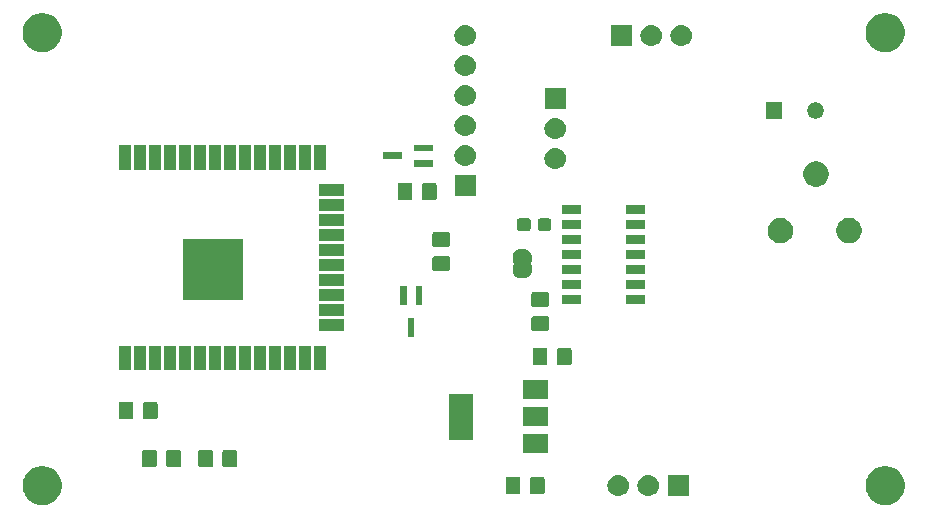
<source format=gbr>
G04 #@! TF.GenerationSoftware,KiCad,Pcbnew,(5.1.4)-1*
G04 #@! TF.CreationDate,2020-11-07T20:29:11+00:00*
G04 #@! TF.ProjectId,WLED Module,574c4544-204d-46f6-9475-6c652e6b6963,rev?*
G04 #@! TF.SameCoordinates,Original*
G04 #@! TF.FileFunction,Soldermask,Top*
G04 #@! TF.FilePolarity,Negative*
%FSLAX46Y46*%
G04 Gerber Fmt 4.6, Leading zero omitted, Abs format (unit mm)*
G04 Created by KiCad (PCBNEW (5.1.4)-1) date 2020-11-07 20:29:11*
%MOMM*%
%LPD*%
G04 APERTURE LIST*
%ADD10C,0.100000*%
G04 APERTURE END LIST*
D10*
G36*
X178175256Y-124121298D02*
G01*
X178281579Y-124142447D01*
X178582042Y-124266903D01*
X178852451Y-124447585D01*
X179082415Y-124677549D01*
X179226747Y-124893557D01*
X179263098Y-124947960D01*
X179278121Y-124984230D01*
X179387553Y-125248421D01*
X179451000Y-125567391D01*
X179451000Y-125892609D01*
X179387553Y-126211579D01*
X179366699Y-126261925D01*
X179277805Y-126476535D01*
X179263097Y-126512042D01*
X179082415Y-126782451D01*
X178852451Y-127012415D01*
X178582042Y-127193097D01*
X178281579Y-127317553D01*
X178175256Y-127338702D01*
X177962611Y-127381000D01*
X177637389Y-127381000D01*
X177424744Y-127338702D01*
X177318421Y-127317553D01*
X177017958Y-127193097D01*
X176747549Y-127012415D01*
X176517585Y-126782451D01*
X176336903Y-126512042D01*
X176322196Y-126476535D01*
X176233301Y-126261925D01*
X176212447Y-126211579D01*
X176149000Y-125892609D01*
X176149000Y-125567391D01*
X176212447Y-125248421D01*
X176321879Y-124984230D01*
X176336902Y-124947960D01*
X176373253Y-124893557D01*
X176517585Y-124677549D01*
X176747549Y-124447585D01*
X177017958Y-124266903D01*
X177318421Y-124142447D01*
X177424744Y-124121298D01*
X177637389Y-124079000D01*
X177962611Y-124079000D01*
X178175256Y-124121298D01*
X178175256Y-124121298D01*
G37*
G36*
X249549256Y-124121298D02*
G01*
X249655579Y-124142447D01*
X249956042Y-124266903D01*
X250226451Y-124447585D01*
X250456415Y-124677549D01*
X250600747Y-124893557D01*
X250637098Y-124947960D01*
X250652121Y-124984230D01*
X250761553Y-125248421D01*
X250825000Y-125567391D01*
X250825000Y-125892609D01*
X250761553Y-126211579D01*
X250740699Y-126261925D01*
X250651805Y-126476535D01*
X250637097Y-126512042D01*
X250456415Y-126782451D01*
X250226451Y-127012415D01*
X249956042Y-127193097D01*
X249655579Y-127317553D01*
X249549256Y-127338702D01*
X249336611Y-127381000D01*
X249011389Y-127381000D01*
X248798744Y-127338702D01*
X248692421Y-127317553D01*
X248391958Y-127193097D01*
X248121549Y-127012415D01*
X247891585Y-126782451D01*
X247710903Y-126512042D01*
X247696196Y-126476535D01*
X247607301Y-126261925D01*
X247586447Y-126211579D01*
X247523000Y-125892609D01*
X247523000Y-125567391D01*
X247586447Y-125248421D01*
X247695879Y-124984230D01*
X247710902Y-124947960D01*
X247747253Y-124893557D01*
X247891585Y-124677549D01*
X248121549Y-124447585D01*
X248391958Y-124266903D01*
X248692421Y-124142447D01*
X248798744Y-124121298D01*
X249011389Y-124079000D01*
X249336611Y-124079000D01*
X249549256Y-124121298D01*
X249549256Y-124121298D01*
G37*
G36*
X232549000Y-126631000D02*
G01*
X230747000Y-126631000D01*
X230747000Y-124829000D01*
X232549000Y-124829000D01*
X232549000Y-126631000D01*
X232549000Y-126631000D01*
G37*
G36*
X229218443Y-124835519D02*
G01*
X229284627Y-124842037D01*
X229454466Y-124893557D01*
X229610991Y-124977222D01*
X229619530Y-124984230D01*
X229748186Y-125089814D01*
X229827665Y-125186661D01*
X229860778Y-125227009D01*
X229944443Y-125383534D01*
X229995963Y-125553373D01*
X230013359Y-125730000D01*
X229995963Y-125906627D01*
X229944443Y-126076466D01*
X229860778Y-126232991D01*
X229837032Y-126261925D01*
X229748186Y-126370186D01*
X229669049Y-126435131D01*
X229610991Y-126482778D01*
X229454466Y-126566443D01*
X229284627Y-126617963D01*
X229218442Y-126624482D01*
X229152260Y-126631000D01*
X229063740Y-126631000D01*
X228997558Y-126624482D01*
X228931373Y-126617963D01*
X228761534Y-126566443D01*
X228605009Y-126482778D01*
X228546951Y-126435131D01*
X228467814Y-126370186D01*
X228378968Y-126261925D01*
X228355222Y-126232991D01*
X228271557Y-126076466D01*
X228220037Y-125906627D01*
X228202641Y-125730000D01*
X228220037Y-125553373D01*
X228271557Y-125383534D01*
X228355222Y-125227009D01*
X228388335Y-125186661D01*
X228467814Y-125089814D01*
X228596470Y-124984230D01*
X228605009Y-124977222D01*
X228761534Y-124893557D01*
X228931373Y-124842037D01*
X228997557Y-124835519D01*
X229063740Y-124829000D01*
X229152260Y-124829000D01*
X229218443Y-124835519D01*
X229218443Y-124835519D01*
G37*
G36*
X226678443Y-124835519D02*
G01*
X226744627Y-124842037D01*
X226914466Y-124893557D01*
X227070991Y-124977222D01*
X227079530Y-124984230D01*
X227208186Y-125089814D01*
X227287665Y-125186661D01*
X227320778Y-125227009D01*
X227404443Y-125383534D01*
X227455963Y-125553373D01*
X227473359Y-125730000D01*
X227455963Y-125906627D01*
X227404443Y-126076466D01*
X227320778Y-126232991D01*
X227297032Y-126261925D01*
X227208186Y-126370186D01*
X227129049Y-126435131D01*
X227070991Y-126482778D01*
X226914466Y-126566443D01*
X226744627Y-126617963D01*
X226678442Y-126624482D01*
X226612260Y-126631000D01*
X226523740Y-126631000D01*
X226457558Y-126624482D01*
X226391373Y-126617963D01*
X226221534Y-126566443D01*
X226065009Y-126482778D01*
X226006951Y-126435131D01*
X225927814Y-126370186D01*
X225838968Y-126261925D01*
X225815222Y-126232991D01*
X225731557Y-126076466D01*
X225680037Y-125906627D01*
X225662641Y-125730000D01*
X225680037Y-125553373D01*
X225731557Y-125383534D01*
X225815222Y-125227009D01*
X225848335Y-125186661D01*
X225927814Y-125089814D01*
X226056470Y-124984230D01*
X226065009Y-124977222D01*
X226221534Y-124893557D01*
X226391373Y-124842037D01*
X226457557Y-124835519D01*
X226523740Y-124829000D01*
X226612260Y-124829000D01*
X226678443Y-124835519D01*
X226678443Y-124835519D01*
G37*
G36*
X218132674Y-124983465D02*
G01*
X218170367Y-124994899D01*
X218205103Y-125013466D01*
X218235548Y-125038452D01*
X218260534Y-125068897D01*
X218279101Y-125103633D01*
X218290535Y-125141326D01*
X218295000Y-125186661D01*
X218295000Y-126273339D01*
X218290535Y-126318674D01*
X218279101Y-126356367D01*
X218260534Y-126391103D01*
X218235548Y-126421548D01*
X218205103Y-126446534D01*
X218170367Y-126465101D01*
X218132674Y-126476535D01*
X218087339Y-126481000D01*
X217250661Y-126481000D01*
X217205326Y-126476535D01*
X217167633Y-126465101D01*
X217132897Y-126446534D01*
X217102452Y-126421548D01*
X217077466Y-126391103D01*
X217058899Y-126356367D01*
X217047465Y-126318674D01*
X217043000Y-126273339D01*
X217043000Y-125186661D01*
X217047465Y-125141326D01*
X217058899Y-125103633D01*
X217077466Y-125068897D01*
X217102452Y-125038452D01*
X217132897Y-125013466D01*
X217167633Y-124994899D01*
X217205326Y-124983465D01*
X217250661Y-124979000D01*
X218087339Y-124979000D01*
X218132674Y-124983465D01*
X218132674Y-124983465D01*
G37*
G36*
X220182674Y-124983465D02*
G01*
X220220367Y-124994899D01*
X220255103Y-125013466D01*
X220285548Y-125038452D01*
X220310534Y-125068897D01*
X220329101Y-125103633D01*
X220340535Y-125141326D01*
X220345000Y-125186661D01*
X220345000Y-126273339D01*
X220340535Y-126318674D01*
X220329101Y-126356367D01*
X220310534Y-126391103D01*
X220285548Y-126421548D01*
X220255103Y-126446534D01*
X220220367Y-126465101D01*
X220182674Y-126476535D01*
X220137339Y-126481000D01*
X219300661Y-126481000D01*
X219255326Y-126476535D01*
X219217633Y-126465101D01*
X219182897Y-126446534D01*
X219152452Y-126421548D01*
X219127466Y-126391103D01*
X219108899Y-126356367D01*
X219097465Y-126318674D01*
X219093000Y-126273339D01*
X219093000Y-125186661D01*
X219097465Y-125141326D01*
X219108899Y-125103633D01*
X219127466Y-125068897D01*
X219152452Y-125038452D01*
X219182897Y-125013466D01*
X219217633Y-124994899D01*
X219255326Y-124983465D01*
X219300661Y-124979000D01*
X220137339Y-124979000D01*
X220182674Y-124983465D01*
X220182674Y-124983465D01*
G37*
G36*
X189393675Y-122694466D02*
G01*
X189431368Y-122705900D01*
X189466104Y-122724467D01*
X189496549Y-122749453D01*
X189521535Y-122779898D01*
X189540102Y-122814634D01*
X189551536Y-122852327D01*
X189556001Y-122897662D01*
X189556001Y-123984340D01*
X189551536Y-124029675D01*
X189540102Y-124067368D01*
X189521535Y-124102104D01*
X189496549Y-124132549D01*
X189466104Y-124157535D01*
X189431368Y-124176102D01*
X189393675Y-124187536D01*
X189348340Y-124192001D01*
X188511662Y-124192001D01*
X188466327Y-124187536D01*
X188428634Y-124176102D01*
X188393898Y-124157535D01*
X188363453Y-124132549D01*
X188338467Y-124102104D01*
X188319900Y-124067368D01*
X188308466Y-124029675D01*
X188304001Y-123984340D01*
X188304001Y-122897662D01*
X188308466Y-122852327D01*
X188319900Y-122814634D01*
X188338467Y-122779898D01*
X188363453Y-122749453D01*
X188393898Y-122724467D01*
X188428634Y-122705900D01*
X188466327Y-122694466D01*
X188511662Y-122690001D01*
X189348340Y-122690001D01*
X189393675Y-122694466D01*
X189393675Y-122694466D01*
G37*
G36*
X187343675Y-122694466D02*
G01*
X187381368Y-122705900D01*
X187416104Y-122724467D01*
X187446549Y-122749453D01*
X187471535Y-122779898D01*
X187490102Y-122814634D01*
X187501536Y-122852327D01*
X187506001Y-122897662D01*
X187506001Y-123984340D01*
X187501536Y-124029675D01*
X187490102Y-124067368D01*
X187471535Y-124102104D01*
X187446549Y-124132549D01*
X187416104Y-124157535D01*
X187381368Y-124176102D01*
X187343675Y-124187536D01*
X187298340Y-124192001D01*
X186461662Y-124192001D01*
X186416327Y-124187536D01*
X186378634Y-124176102D01*
X186343898Y-124157535D01*
X186313453Y-124132549D01*
X186288467Y-124102104D01*
X186269900Y-124067368D01*
X186258466Y-124029675D01*
X186254001Y-123984340D01*
X186254001Y-122897662D01*
X186258466Y-122852327D01*
X186269900Y-122814634D01*
X186288467Y-122779898D01*
X186313453Y-122749453D01*
X186343898Y-122724467D01*
X186378634Y-122705900D01*
X186416327Y-122694466D01*
X186461662Y-122690001D01*
X187298340Y-122690001D01*
X187343675Y-122694466D01*
X187343675Y-122694466D01*
G37*
G36*
X194143675Y-122694466D02*
G01*
X194181368Y-122705900D01*
X194216104Y-122724467D01*
X194246549Y-122749453D01*
X194271535Y-122779898D01*
X194290102Y-122814634D01*
X194301536Y-122852327D01*
X194306001Y-122897662D01*
X194306001Y-123984340D01*
X194301536Y-124029675D01*
X194290102Y-124067368D01*
X194271535Y-124102104D01*
X194246549Y-124132549D01*
X194216104Y-124157535D01*
X194181368Y-124176102D01*
X194143675Y-124187536D01*
X194098340Y-124192001D01*
X193261662Y-124192001D01*
X193216327Y-124187536D01*
X193178634Y-124176102D01*
X193143898Y-124157535D01*
X193113453Y-124132549D01*
X193088467Y-124102104D01*
X193069900Y-124067368D01*
X193058466Y-124029675D01*
X193054001Y-123984340D01*
X193054001Y-122897662D01*
X193058466Y-122852327D01*
X193069900Y-122814634D01*
X193088467Y-122779898D01*
X193113453Y-122749453D01*
X193143898Y-122724467D01*
X193178634Y-122705900D01*
X193216327Y-122694466D01*
X193261662Y-122690001D01*
X194098340Y-122690001D01*
X194143675Y-122694466D01*
X194143675Y-122694466D01*
G37*
G36*
X192093675Y-122694466D02*
G01*
X192131368Y-122705900D01*
X192166104Y-122724467D01*
X192196549Y-122749453D01*
X192221535Y-122779898D01*
X192240102Y-122814634D01*
X192251536Y-122852327D01*
X192256001Y-122897662D01*
X192256001Y-123984340D01*
X192251536Y-124029675D01*
X192240102Y-124067368D01*
X192221535Y-124102104D01*
X192196549Y-124132549D01*
X192166104Y-124157535D01*
X192131368Y-124176102D01*
X192093675Y-124187536D01*
X192048340Y-124192001D01*
X191211662Y-124192001D01*
X191166327Y-124187536D01*
X191128634Y-124176102D01*
X191093898Y-124157535D01*
X191063453Y-124132549D01*
X191038467Y-124102104D01*
X191019900Y-124067368D01*
X191008466Y-124029675D01*
X191004001Y-123984340D01*
X191004001Y-122897662D01*
X191008466Y-122852327D01*
X191019900Y-122814634D01*
X191038467Y-122779898D01*
X191063453Y-122749453D01*
X191093898Y-122724467D01*
X191128634Y-122705900D01*
X191166327Y-122694466D01*
X191211662Y-122690001D01*
X192048340Y-122690001D01*
X192093675Y-122694466D01*
X192093675Y-122694466D01*
G37*
G36*
X220609000Y-122989000D02*
G01*
X218507000Y-122989000D01*
X218507000Y-121387000D01*
X220609000Y-121387000D01*
X220609000Y-122989000D01*
X220609000Y-122989000D01*
G37*
G36*
X214309000Y-121839000D02*
G01*
X212207000Y-121839000D01*
X212207000Y-117937000D01*
X214309000Y-117937000D01*
X214309000Y-121839000D01*
X214309000Y-121839000D01*
G37*
G36*
X220609000Y-120689000D02*
G01*
X218507000Y-120689000D01*
X218507000Y-119087000D01*
X220609000Y-119087000D01*
X220609000Y-120689000D01*
X220609000Y-120689000D01*
G37*
G36*
X187416674Y-118633465D02*
G01*
X187454367Y-118644899D01*
X187489103Y-118663466D01*
X187519548Y-118688452D01*
X187544534Y-118718897D01*
X187563101Y-118753633D01*
X187574535Y-118791326D01*
X187579000Y-118836661D01*
X187579000Y-119923339D01*
X187574535Y-119968674D01*
X187563101Y-120006367D01*
X187544534Y-120041103D01*
X187519548Y-120071548D01*
X187489103Y-120096534D01*
X187454367Y-120115101D01*
X187416674Y-120126535D01*
X187371339Y-120131000D01*
X186534661Y-120131000D01*
X186489326Y-120126535D01*
X186451633Y-120115101D01*
X186416897Y-120096534D01*
X186386452Y-120071548D01*
X186361466Y-120041103D01*
X186342899Y-120006367D01*
X186331465Y-119968674D01*
X186327000Y-119923339D01*
X186327000Y-118836661D01*
X186331465Y-118791326D01*
X186342899Y-118753633D01*
X186361466Y-118718897D01*
X186386452Y-118688452D01*
X186416897Y-118663466D01*
X186451633Y-118644899D01*
X186489326Y-118633465D01*
X186534661Y-118629000D01*
X187371339Y-118629000D01*
X187416674Y-118633465D01*
X187416674Y-118633465D01*
G37*
G36*
X185366674Y-118633465D02*
G01*
X185404367Y-118644899D01*
X185439103Y-118663466D01*
X185469548Y-118688452D01*
X185494534Y-118718897D01*
X185513101Y-118753633D01*
X185524535Y-118791326D01*
X185529000Y-118836661D01*
X185529000Y-119923339D01*
X185524535Y-119968674D01*
X185513101Y-120006367D01*
X185494534Y-120041103D01*
X185469548Y-120071548D01*
X185439103Y-120096534D01*
X185404367Y-120115101D01*
X185366674Y-120126535D01*
X185321339Y-120131000D01*
X184484661Y-120131000D01*
X184439326Y-120126535D01*
X184401633Y-120115101D01*
X184366897Y-120096534D01*
X184336452Y-120071548D01*
X184311466Y-120041103D01*
X184292899Y-120006367D01*
X184281465Y-119968674D01*
X184277000Y-119923339D01*
X184277000Y-118836661D01*
X184281465Y-118791326D01*
X184292899Y-118753633D01*
X184311466Y-118718897D01*
X184336452Y-118688452D01*
X184366897Y-118663466D01*
X184401633Y-118644899D01*
X184439326Y-118633465D01*
X184484661Y-118629000D01*
X185321339Y-118629000D01*
X185366674Y-118633465D01*
X185366674Y-118633465D01*
G37*
G36*
X220609000Y-118389000D02*
G01*
X218507000Y-118389000D01*
X218507000Y-116787000D01*
X220609000Y-116787000D01*
X220609000Y-118389000D01*
X220609000Y-118389000D01*
G37*
G36*
X194176000Y-115977000D02*
G01*
X193174000Y-115977000D01*
X193174000Y-113875000D01*
X194176000Y-113875000D01*
X194176000Y-115977000D01*
X194176000Y-115977000D01*
G37*
G36*
X191636000Y-115977000D02*
G01*
X190634000Y-115977000D01*
X190634000Y-113875000D01*
X191636000Y-113875000D01*
X191636000Y-115977000D01*
X191636000Y-115977000D01*
G37*
G36*
X190366000Y-115977000D02*
G01*
X189364000Y-115977000D01*
X189364000Y-113875000D01*
X190366000Y-113875000D01*
X190366000Y-115977000D01*
X190366000Y-115977000D01*
G37*
G36*
X189096000Y-115977000D02*
G01*
X188094000Y-115977000D01*
X188094000Y-113875000D01*
X189096000Y-113875000D01*
X189096000Y-115977000D01*
X189096000Y-115977000D01*
G37*
G36*
X187826000Y-115977000D02*
G01*
X186824000Y-115977000D01*
X186824000Y-113875000D01*
X187826000Y-113875000D01*
X187826000Y-115977000D01*
X187826000Y-115977000D01*
G37*
G36*
X186556000Y-115977000D02*
G01*
X185554000Y-115977000D01*
X185554000Y-113875000D01*
X186556000Y-113875000D01*
X186556000Y-115977000D01*
X186556000Y-115977000D01*
G37*
G36*
X185286000Y-115977000D02*
G01*
X184284000Y-115977000D01*
X184284000Y-113875000D01*
X185286000Y-113875000D01*
X185286000Y-115977000D01*
X185286000Y-115977000D01*
G37*
G36*
X201796000Y-115977000D02*
G01*
X200794000Y-115977000D01*
X200794000Y-113875000D01*
X201796000Y-113875000D01*
X201796000Y-115977000D01*
X201796000Y-115977000D01*
G37*
G36*
X200526000Y-115977000D02*
G01*
X199524000Y-115977000D01*
X199524000Y-113875000D01*
X200526000Y-113875000D01*
X200526000Y-115977000D01*
X200526000Y-115977000D01*
G37*
G36*
X199256000Y-115977000D02*
G01*
X198254000Y-115977000D01*
X198254000Y-113875000D01*
X199256000Y-113875000D01*
X199256000Y-115977000D01*
X199256000Y-115977000D01*
G37*
G36*
X197986000Y-115977000D02*
G01*
X196984000Y-115977000D01*
X196984000Y-113875000D01*
X197986000Y-113875000D01*
X197986000Y-115977000D01*
X197986000Y-115977000D01*
G37*
G36*
X196716000Y-115977000D02*
G01*
X195714000Y-115977000D01*
X195714000Y-113875000D01*
X196716000Y-113875000D01*
X196716000Y-115977000D01*
X196716000Y-115977000D01*
G37*
G36*
X192906000Y-115977000D02*
G01*
X191904000Y-115977000D01*
X191904000Y-113875000D01*
X192906000Y-113875000D01*
X192906000Y-115977000D01*
X192906000Y-115977000D01*
G37*
G36*
X195446000Y-115977000D02*
G01*
X194444000Y-115977000D01*
X194444000Y-113875000D01*
X195446000Y-113875000D01*
X195446000Y-115977000D01*
X195446000Y-115977000D01*
G37*
G36*
X222468674Y-114061465D02*
G01*
X222506367Y-114072899D01*
X222541103Y-114091466D01*
X222571548Y-114116452D01*
X222596534Y-114146897D01*
X222615101Y-114181633D01*
X222626535Y-114219326D01*
X222631000Y-114264661D01*
X222631000Y-115351339D01*
X222626535Y-115396674D01*
X222615101Y-115434367D01*
X222596534Y-115469103D01*
X222571548Y-115499548D01*
X222541103Y-115524534D01*
X222506367Y-115543101D01*
X222468674Y-115554535D01*
X222423339Y-115559000D01*
X221586661Y-115559000D01*
X221541326Y-115554535D01*
X221503633Y-115543101D01*
X221468897Y-115524534D01*
X221438452Y-115499548D01*
X221413466Y-115469103D01*
X221394899Y-115434367D01*
X221383465Y-115396674D01*
X221379000Y-115351339D01*
X221379000Y-114264661D01*
X221383465Y-114219326D01*
X221394899Y-114181633D01*
X221413466Y-114146897D01*
X221438452Y-114116452D01*
X221468897Y-114091466D01*
X221503633Y-114072899D01*
X221541326Y-114061465D01*
X221586661Y-114057000D01*
X222423339Y-114057000D01*
X222468674Y-114061465D01*
X222468674Y-114061465D01*
G37*
G36*
X220418674Y-114061465D02*
G01*
X220456367Y-114072899D01*
X220491103Y-114091466D01*
X220521548Y-114116452D01*
X220546534Y-114146897D01*
X220565101Y-114181633D01*
X220576535Y-114219326D01*
X220581000Y-114264661D01*
X220581000Y-115351339D01*
X220576535Y-115396674D01*
X220565101Y-115434367D01*
X220546534Y-115469103D01*
X220521548Y-115499548D01*
X220491103Y-115524534D01*
X220456367Y-115543101D01*
X220418674Y-115554535D01*
X220373339Y-115559000D01*
X219536661Y-115559000D01*
X219491326Y-115554535D01*
X219453633Y-115543101D01*
X219418897Y-115524534D01*
X219388452Y-115499548D01*
X219363466Y-115469103D01*
X219344899Y-115434367D01*
X219333465Y-115396674D01*
X219329000Y-115351339D01*
X219329000Y-114264661D01*
X219333465Y-114219326D01*
X219344899Y-114181633D01*
X219363466Y-114146897D01*
X219388452Y-114116452D01*
X219418897Y-114091466D01*
X219453633Y-114072899D01*
X219491326Y-114061465D01*
X219536661Y-114057000D01*
X220373339Y-114057000D01*
X220418674Y-114061465D01*
X220418674Y-114061465D01*
G37*
G36*
X209318000Y-113129000D02*
G01*
X208766000Y-113129000D01*
X208766000Y-111527000D01*
X209318000Y-111527000D01*
X209318000Y-113129000D01*
X209318000Y-113129000D01*
G37*
G36*
X220552674Y-111401465D02*
G01*
X220590367Y-111412899D01*
X220625103Y-111431466D01*
X220655548Y-111456452D01*
X220680534Y-111486897D01*
X220699101Y-111521633D01*
X220710535Y-111559326D01*
X220715000Y-111604661D01*
X220715000Y-112441339D01*
X220710535Y-112486674D01*
X220699101Y-112524367D01*
X220680534Y-112559103D01*
X220655548Y-112589548D01*
X220625103Y-112614534D01*
X220590367Y-112633101D01*
X220552674Y-112644535D01*
X220507339Y-112649000D01*
X219420661Y-112649000D01*
X219375326Y-112644535D01*
X219337633Y-112633101D01*
X219302897Y-112614534D01*
X219272452Y-112589548D01*
X219247466Y-112559103D01*
X219228899Y-112524367D01*
X219217465Y-112486674D01*
X219213000Y-112441339D01*
X219213000Y-111604661D01*
X219217465Y-111559326D01*
X219228899Y-111521633D01*
X219247466Y-111486897D01*
X219272452Y-111456452D01*
X219302897Y-111431466D01*
X219337633Y-111412899D01*
X219375326Y-111401465D01*
X219420661Y-111397000D01*
X220507339Y-111397000D01*
X220552674Y-111401465D01*
X220552674Y-111401465D01*
G37*
G36*
X203346000Y-112642000D02*
G01*
X201244000Y-112642000D01*
X201244000Y-111640000D01*
X203346000Y-111640000D01*
X203346000Y-112642000D01*
X203346000Y-112642000D01*
G37*
G36*
X203346000Y-111372000D02*
G01*
X201244000Y-111372000D01*
X201244000Y-110370000D01*
X203346000Y-110370000D01*
X203346000Y-111372000D01*
X203346000Y-111372000D01*
G37*
G36*
X220552674Y-109351465D02*
G01*
X220590367Y-109362899D01*
X220625103Y-109381466D01*
X220655548Y-109406452D01*
X220680534Y-109436897D01*
X220699101Y-109471633D01*
X220710535Y-109509326D01*
X220715000Y-109554661D01*
X220715000Y-110391339D01*
X220710535Y-110436674D01*
X220699101Y-110474367D01*
X220680534Y-110509103D01*
X220655548Y-110539548D01*
X220625103Y-110564534D01*
X220590367Y-110583101D01*
X220552674Y-110594535D01*
X220507339Y-110599000D01*
X219420661Y-110599000D01*
X219375326Y-110594535D01*
X219337633Y-110583101D01*
X219302897Y-110564534D01*
X219272452Y-110539548D01*
X219247466Y-110509103D01*
X219228899Y-110474367D01*
X219217465Y-110436674D01*
X219213000Y-110391339D01*
X219213000Y-109554661D01*
X219217465Y-109509326D01*
X219228899Y-109471633D01*
X219247466Y-109436897D01*
X219272452Y-109406452D01*
X219302897Y-109381466D01*
X219337633Y-109362899D01*
X219375326Y-109351465D01*
X219420661Y-109347000D01*
X220507339Y-109347000D01*
X220552674Y-109351465D01*
X220552674Y-109351465D01*
G37*
G36*
X209968000Y-110469000D02*
G01*
X209416000Y-110469000D01*
X209416000Y-108867000D01*
X209968000Y-108867000D01*
X209968000Y-110469000D01*
X209968000Y-110469000D01*
G37*
G36*
X208668000Y-110469000D02*
G01*
X208116000Y-110469000D01*
X208116000Y-108867000D01*
X208668000Y-108867000D01*
X208668000Y-110469000D01*
X208668000Y-110469000D01*
G37*
G36*
X228823500Y-110358000D02*
G01*
X227196500Y-110358000D01*
X227196500Y-109606000D01*
X228823500Y-109606000D01*
X228823500Y-110358000D01*
X228823500Y-110358000D01*
G37*
G36*
X223399500Y-110358000D02*
G01*
X221772500Y-110358000D01*
X221772500Y-109606000D01*
X223399500Y-109606000D01*
X223399500Y-110358000D01*
X223399500Y-110358000D01*
G37*
G36*
X203346000Y-110102000D02*
G01*
X201244000Y-110102000D01*
X201244000Y-109100000D01*
X203346000Y-109100000D01*
X203346000Y-110102000D01*
X203346000Y-110102000D01*
G37*
G36*
X194836000Y-109977000D02*
G01*
X189734000Y-109977000D01*
X189734000Y-104875000D01*
X194836000Y-104875000D01*
X194836000Y-109977000D01*
X194836000Y-109977000D01*
G37*
G36*
X223399500Y-109088000D02*
G01*
X221772500Y-109088000D01*
X221772500Y-108336000D01*
X223399500Y-108336000D01*
X223399500Y-109088000D01*
X223399500Y-109088000D01*
G37*
G36*
X228823500Y-109088000D02*
G01*
X227196500Y-109088000D01*
X227196500Y-108336000D01*
X228823500Y-108336000D01*
X228823500Y-109088000D01*
X228823500Y-109088000D01*
G37*
G36*
X203346000Y-108832000D02*
G01*
X201244000Y-108832000D01*
X201244000Y-107830000D01*
X203346000Y-107830000D01*
X203346000Y-108832000D01*
X203346000Y-108832000D01*
G37*
G36*
X218702199Y-105733954D02*
G01*
X218714450Y-105734556D01*
X218732869Y-105734556D01*
X218755149Y-105736750D01*
X218839233Y-105753476D01*
X218860660Y-105759976D01*
X218939858Y-105792780D01*
X218945303Y-105795691D01*
X218945309Y-105795693D01*
X218954169Y-105800429D01*
X218954173Y-105800432D01*
X218959614Y-105803340D01*
X219030899Y-105850971D01*
X219048204Y-105865172D01*
X219108828Y-105925796D01*
X219123029Y-105943101D01*
X219170660Y-106014386D01*
X219173568Y-106019827D01*
X219173571Y-106019831D01*
X219178307Y-106028691D01*
X219178309Y-106028697D01*
X219181220Y-106034142D01*
X219214024Y-106113340D01*
X219220524Y-106134767D01*
X219237250Y-106218851D01*
X219239444Y-106241131D01*
X219239444Y-106259550D01*
X219240046Y-106271801D01*
X219241852Y-106290139D01*
X219241852Y-106777860D01*
X219240263Y-106793999D01*
X219237348Y-106803608D01*
X219232610Y-106812472D01*
X219226237Y-106820237D01*
X219213794Y-106830448D01*
X219203425Y-106837378D01*
X219186098Y-106854705D01*
X219172485Y-106875080D01*
X219163109Y-106897720D01*
X219158329Y-106921753D01*
X219158330Y-106946257D01*
X219163112Y-106970290D01*
X219172490Y-106992929D01*
X219186105Y-107013302D01*
X219203432Y-107030629D01*
X219213802Y-107037558D01*
X219226237Y-107047763D01*
X219232610Y-107055528D01*
X219237348Y-107064392D01*
X219240263Y-107074001D01*
X219241852Y-107090140D01*
X219241852Y-107577862D01*
X219240046Y-107596199D01*
X219239444Y-107608450D01*
X219239444Y-107626869D01*
X219237250Y-107649149D01*
X219220524Y-107733233D01*
X219214024Y-107754660D01*
X219181220Y-107833858D01*
X219178309Y-107839303D01*
X219178307Y-107839309D01*
X219173571Y-107848169D01*
X219173568Y-107848173D01*
X219170660Y-107853614D01*
X219123029Y-107924899D01*
X219108828Y-107942204D01*
X219048204Y-108002828D01*
X219030899Y-108017029D01*
X218959614Y-108064660D01*
X218954173Y-108067568D01*
X218954169Y-108067571D01*
X218945309Y-108072307D01*
X218945303Y-108072309D01*
X218939858Y-108075220D01*
X218860660Y-108108024D01*
X218839233Y-108114524D01*
X218755149Y-108131250D01*
X218732869Y-108133444D01*
X218714450Y-108133444D01*
X218702199Y-108134046D01*
X218683862Y-108135852D01*
X218196138Y-108135852D01*
X218177801Y-108134046D01*
X218165550Y-108133444D01*
X218147131Y-108133444D01*
X218124851Y-108131250D01*
X218040767Y-108114524D01*
X218019340Y-108108024D01*
X217940142Y-108075220D01*
X217934697Y-108072309D01*
X217934691Y-108072307D01*
X217925831Y-108067571D01*
X217925827Y-108067568D01*
X217920386Y-108064660D01*
X217849101Y-108017029D01*
X217831796Y-108002828D01*
X217771172Y-107942204D01*
X217756971Y-107924899D01*
X217709340Y-107853614D01*
X217706432Y-107848173D01*
X217706429Y-107848169D01*
X217701693Y-107839309D01*
X217701691Y-107839303D01*
X217698780Y-107833858D01*
X217665976Y-107754660D01*
X217659476Y-107733233D01*
X217642750Y-107649149D01*
X217640556Y-107626869D01*
X217640556Y-107608450D01*
X217639954Y-107596199D01*
X217638148Y-107577862D01*
X217638148Y-107090140D01*
X217639737Y-107074001D01*
X217642652Y-107064392D01*
X217647390Y-107055528D01*
X217653763Y-107047763D01*
X217666206Y-107037552D01*
X217676575Y-107030622D01*
X217693902Y-107013295D01*
X217707515Y-106992920D01*
X217716891Y-106970280D01*
X217721671Y-106946247D01*
X217721670Y-106921743D01*
X217716888Y-106897710D01*
X217707510Y-106875071D01*
X217693895Y-106854698D01*
X217676568Y-106837371D01*
X217666198Y-106830442D01*
X217653763Y-106820237D01*
X217647390Y-106812472D01*
X217642652Y-106803608D01*
X217639737Y-106793999D01*
X217638148Y-106777860D01*
X217638148Y-106290139D01*
X217639954Y-106271801D01*
X217640556Y-106259550D01*
X217640556Y-106241131D01*
X217642750Y-106218851D01*
X217659476Y-106134767D01*
X217665976Y-106113340D01*
X217698780Y-106034142D01*
X217701691Y-106028697D01*
X217701693Y-106028691D01*
X217706429Y-106019831D01*
X217706432Y-106019827D01*
X217709340Y-106014386D01*
X217756971Y-105943101D01*
X217771172Y-105925796D01*
X217831796Y-105865172D01*
X217849101Y-105850971D01*
X217920386Y-105803340D01*
X217925827Y-105800432D01*
X217925831Y-105800429D01*
X217934691Y-105795693D01*
X217934697Y-105795691D01*
X217940142Y-105792780D01*
X218019340Y-105759976D01*
X218040767Y-105753476D01*
X218124851Y-105736750D01*
X218147131Y-105734556D01*
X218165550Y-105734556D01*
X218177801Y-105733954D01*
X218196139Y-105732148D01*
X218683861Y-105732148D01*
X218702199Y-105733954D01*
X218702199Y-105733954D01*
G37*
G36*
X223399500Y-107818000D02*
G01*
X221772500Y-107818000D01*
X221772500Y-107066000D01*
X223399500Y-107066000D01*
X223399500Y-107818000D01*
X223399500Y-107818000D01*
G37*
G36*
X228823500Y-107818000D02*
G01*
X227196500Y-107818000D01*
X227196500Y-107066000D01*
X228823500Y-107066000D01*
X228823500Y-107818000D01*
X228823500Y-107818000D01*
G37*
G36*
X212170674Y-106321465D02*
G01*
X212208367Y-106332899D01*
X212243103Y-106351466D01*
X212273548Y-106376452D01*
X212298534Y-106406897D01*
X212317101Y-106441633D01*
X212328535Y-106479326D01*
X212333000Y-106524661D01*
X212333000Y-107361339D01*
X212328535Y-107406674D01*
X212317101Y-107444367D01*
X212298534Y-107479103D01*
X212273548Y-107509548D01*
X212243103Y-107534534D01*
X212208367Y-107553101D01*
X212170674Y-107564535D01*
X212125339Y-107569000D01*
X211038661Y-107569000D01*
X210993326Y-107564535D01*
X210955633Y-107553101D01*
X210920897Y-107534534D01*
X210890452Y-107509548D01*
X210865466Y-107479103D01*
X210846899Y-107444367D01*
X210835465Y-107406674D01*
X210831000Y-107361339D01*
X210831000Y-106524661D01*
X210835465Y-106479326D01*
X210846899Y-106441633D01*
X210865466Y-106406897D01*
X210890452Y-106376452D01*
X210920897Y-106351466D01*
X210955633Y-106332899D01*
X210993326Y-106321465D01*
X211038661Y-106317000D01*
X212125339Y-106317000D01*
X212170674Y-106321465D01*
X212170674Y-106321465D01*
G37*
G36*
X203346000Y-107562000D02*
G01*
X201244000Y-107562000D01*
X201244000Y-106560000D01*
X203346000Y-106560000D01*
X203346000Y-107562000D01*
X203346000Y-107562000D01*
G37*
G36*
X223399500Y-106548000D02*
G01*
X221772500Y-106548000D01*
X221772500Y-105796000D01*
X223399500Y-105796000D01*
X223399500Y-106548000D01*
X223399500Y-106548000D01*
G37*
G36*
X228823500Y-106548000D02*
G01*
X227196500Y-106548000D01*
X227196500Y-105796000D01*
X228823500Y-105796000D01*
X228823500Y-106548000D01*
X228823500Y-106548000D01*
G37*
G36*
X203346000Y-106292000D02*
G01*
X201244000Y-106292000D01*
X201244000Y-105290000D01*
X203346000Y-105290000D01*
X203346000Y-106292000D01*
X203346000Y-106292000D01*
G37*
G36*
X212170674Y-104271465D02*
G01*
X212208367Y-104282899D01*
X212243103Y-104301466D01*
X212273548Y-104326452D01*
X212298534Y-104356897D01*
X212317101Y-104391633D01*
X212328535Y-104429326D01*
X212333000Y-104474661D01*
X212333000Y-105311339D01*
X212328535Y-105356674D01*
X212317101Y-105394367D01*
X212298534Y-105429103D01*
X212273548Y-105459548D01*
X212243103Y-105484534D01*
X212208367Y-105503101D01*
X212170674Y-105514535D01*
X212125339Y-105519000D01*
X211038661Y-105519000D01*
X210993326Y-105514535D01*
X210955633Y-105503101D01*
X210920897Y-105484534D01*
X210890452Y-105459548D01*
X210865466Y-105429103D01*
X210846899Y-105394367D01*
X210835465Y-105356674D01*
X210831000Y-105311339D01*
X210831000Y-104474661D01*
X210835465Y-104429326D01*
X210846899Y-104391633D01*
X210865466Y-104356897D01*
X210890452Y-104326452D01*
X210920897Y-104301466D01*
X210955633Y-104282899D01*
X210993326Y-104271465D01*
X211038661Y-104267000D01*
X212125339Y-104267000D01*
X212170674Y-104271465D01*
X212170674Y-104271465D01*
G37*
G36*
X228823500Y-105278000D02*
G01*
X227196500Y-105278000D01*
X227196500Y-104526000D01*
X228823500Y-104526000D01*
X228823500Y-105278000D01*
X228823500Y-105278000D01*
G37*
G36*
X223399500Y-105278000D02*
G01*
X221772500Y-105278000D01*
X221772500Y-104526000D01*
X223399500Y-104526000D01*
X223399500Y-105278000D01*
X223399500Y-105278000D01*
G37*
G36*
X246414366Y-103105647D02*
G01*
X246610129Y-103186735D01*
X246610130Y-103186736D01*
X246786313Y-103304457D01*
X246936143Y-103454287D01*
X247014802Y-103572009D01*
X247053865Y-103630471D01*
X247134953Y-103826234D01*
X247176290Y-104034052D01*
X247176290Y-104245948D01*
X247134953Y-104453766D01*
X247053865Y-104649529D01*
X247053864Y-104649530D01*
X246936143Y-104825713D01*
X246786313Y-104975543D01*
X246668591Y-105054202D01*
X246610129Y-105093265D01*
X246414366Y-105174353D01*
X246206548Y-105215690D01*
X245994652Y-105215690D01*
X245786834Y-105174353D01*
X245591071Y-105093265D01*
X245532609Y-105054202D01*
X245414887Y-104975543D01*
X245265057Y-104825713D01*
X245147336Y-104649530D01*
X245147335Y-104649529D01*
X245066247Y-104453766D01*
X245024910Y-104245948D01*
X245024910Y-104034052D01*
X245066247Y-103826234D01*
X245147335Y-103630471D01*
X245186398Y-103572009D01*
X245265057Y-103454287D01*
X245414887Y-103304457D01*
X245591070Y-103186736D01*
X245591071Y-103186735D01*
X245786834Y-103105647D01*
X245994652Y-103064310D01*
X246206548Y-103064310D01*
X246414366Y-103105647D01*
X246414366Y-103105647D01*
G37*
G36*
X240615546Y-103105647D02*
G01*
X240811309Y-103186735D01*
X240811310Y-103186736D01*
X240987493Y-103304457D01*
X241137323Y-103454287D01*
X241215982Y-103572009D01*
X241255045Y-103630471D01*
X241336133Y-103826234D01*
X241377470Y-104034052D01*
X241377470Y-104245948D01*
X241336133Y-104453766D01*
X241255045Y-104649529D01*
X241255044Y-104649530D01*
X241137323Y-104825713D01*
X240987493Y-104975543D01*
X240869771Y-105054202D01*
X240811309Y-105093265D01*
X240615546Y-105174353D01*
X240407728Y-105215690D01*
X240195832Y-105215690D01*
X239988014Y-105174353D01*
X239792251Y-105093265D01*
X239733789Y-105054202D01*
X239616067Y-104975543D01*
X239466237Y-104825713D01*
X239348516Y-104649530D01*
X239348515Y-104649529D01*
X239267427Y-104453766D01*
X239226090Y-104245948D01*
X239226090Y-104034052D01*
X239267427Y-103826234D01*
X239348515Y-103630471D01*
X239387578Y-103572009D01*
X239466237Y-103454287D01*
X239616067Y-103304457D01*
X239792250Y-103186736D01*
X239792251Y-103186735D01*
X239988014Y-103105647D01*
X240195832Y-103064310D01*
X240407728Y-103064310D01*
X240615546Y-103105647D01*
X240615546Y-103105647D01*
G37*
G36*
X203346000Y-105022000D02*
G01*
X201244000Y-105022000D01*
X201244000Y-104020000D01*
X203346000Y-104020000D01*
X203346000Y-105022000D01*
X203346000Y-105022000D01*
G37*
G36*
X220745499Y-103110445D02*
G01*
X220782995Y-103121820D01*
X220817554Y-103140292D01*
X220847847Y-103165153D01*
X220872708Y-103195446D01*
X220891180Y-103230005D01*
X220902555Y-103267501D01*
X220907000Y-103312638D01*
X220907000Y-103951362D01*
X220902555Y-103996499D01*
X220891180Y-104033995D01*
X220872708Y-104068554D01*
X220847847Y-104098847D01*
X220817554Y-104123708D01*
X220782995Y-104142180D01*
X220745499Y-104153555D01*
X220700362Y-104158000D01*
X219961638Y-104158000D01*
X219916501Y-104153555D01*
X219879005Y-104142180D01*
X219844446Y-104123708D01*
X219814153Y-104098847D01*
X219789292Y-104068554D01*
X219770820Y-104033995D01*
X219759445Y-103996499D01*
X219755000Y-103951362D01*
X219755000Y-103312638D01*
X219759445Y-103267501D01*
X219770820Y-103230005D01*
X219789292Y-103195446D01*
X219814153Y-103165153D01*
X219844446Y-103140292D01*
X219879005Y-103121820D01*
X219916501Y-103110445D01*
X219961638Y-103106000D01*
X220700362Y-103106000D01*
X220745499Y-103110445D01*
X220745499Y-103110445D01*
G37*
G36*
X218995499Y-103110445D02*
G01*
X219032995Y-103121820D01*
X219067554Y-103140292D01*
X219097847Y-103165153D01*
X219122708Y-103195446D01*
X219141180Y-103230005D01*
X219152555Y-103267501D01*
X219157000Y-103312638D01*
X219157000Y-103951362D01*
X219152555Y-103996499D01*
X219141180Y-104033995D01*
X219122708Y-104068554D01*
X219097847Y-104098847D01*
X219067554Y-104123708D01*
X219032995Y-104142180D01*
X218995499Y-104153555D01*
X218950362Y-104158000D01*
X218211638Y-104158000D01*
X218166501Y-104153555D01*
X218129005Y-104142180D01*
X218094446Y-104123708D01*
X218064153Y-104098847D01*
X218039292Y-104068554D01*
X218020820Y-104033995D01*
X218009445Y-103996499D01*
X218005000Y-103951362D01*
X218005000Y-103312638D01*
X218009445Y-103267501D01*
X218020820Y-103230005D01*
X218039292Y-103195446D01*
X218064153Y-103165153D01*
X218094446Y-103140292D01*
X218129005Y-103121820D01*
X218166501Y-103110445D01*
X218211638Y-103106000D01*
X218950362Y-103106000D01*
X218995499Y-103110445D01*
X218995499Y-103110445D01*
G37*
G36*
X228823500Y-104008000D02*
G01*
X227196500Y-104008000D01*
X227196500Y-103256000D01*
X228823500Y-103256000D01*
X228823500Y-104008000D01*
X228823500Y-104008000D01*
G37*
G36*
X223399500Y-104008000D02*
G01*
X221772500Y-104008000D01*
X221772500Y-103256000D01*
X223399500Y-103256000D01*
X223399500Y-104008000D01*
X223399500Y-104008000D01*
G37*
G36*
X203346000Y-103752000D02*
G01*
X201244000Y-103752000D01*
X201244000Y-102750000D01*
X203346000Y-102750000D01*
X203346000Y-103752000D01*
X203346000Y-103752000D01*
G37*
G36*
X228823500Y-102738000D02*
G01*
X227196500Y-102738000D01*
X227196500Y-101986000D01*
X228823500Y-101986000D01*
X228823500Y-102738000D01*
X228823500Y-102738000D01*
G37*
G36*
X223399500Y-102738000D02*
G01*
X221772500Y-102738000D01*
X221772500Y-101986000D01*
X223399500Y-101986000D01*
X223399500Y-102738000D01*
X223399500Y-102738000D01*
G37*
G36*
X203346000Y-102482000D02*
G01*
X201244000Y-102482000D01*
X201244000Y-101480000D01*
X203346000Y-101480000D01*
X203346000Y-102482000D01*
X203346000Y-102482000D01*
G37*
G36*
X211038674Y-100091465D02*
G01*
X211076367Y-100102899D01*
X211111103Y-100121466D01*
X211141548Y-100146452D01*
X211166534Y-100176897D01*
X211185101Y-100211633D01*
X211196535Y-100249326D01*
X211201000Y-100294661D01*
X211201000Y-101381339D01*
X211196535Y-101426674D01*
X211185101Y-101464367D01*
X211166534Y-101499103D01*
X211141548Y-101529548D01*
X211111103Y-101554534D01*
X211076367Y-101573101D01*
X211038674Y-101584535D01*
X210993339Y-101589000D01*
X210156661Y-101589000D01*
X210111326Y-101584535D01*
X210073633Y-101573101D01*
X210038897Y-101554534D01*
X210008452Y-101529548D01*
X209983466Y-101499103D01*
X209964899Y-101464367D01*
X209953465Y-101426674D01*
X209949000Y-101381339D01*
X209949000Y-100294661D01*
X209953465Y-100249326D01*
X209964899Y-100211633D01*
X209983466Y-100176897D01*
X210008452Y-100146452D01*
X210038897Y-100121466D01*
X210073633Y-100102899D01*
X210111326Y-100091465D01*
X210156661Y-100087000D01*
X210993339Y-100087000D01*
X211038674Y-100091465D01*
X211038674Y-100091465D01*
G37*
G36*
X208988674Y-100091465D02*
G01*
X209026367Y-100102899D01*
X209061103Y-100121466D01*
X209091548Y-100146452D01*
X209116534Y-100176897D01*
X209135101Y-100211633D01*
X209146535Y-100249326D01*
X209151000Y-100294661D01*
X209151000Y-101381339D01*
X209146535Y-101426674D01*
X209135101Y-101464367D01*
X209116534Y-101499103D01*
X209091548Y-101529548D01*
X209061103Y-101554534D01*
X209026367Y-101573101D01*
X208988674Y-101584535D01*
X208943339Y-101589000D01*
X208106661Y-101589000D01*
X208061326Y-101584535D01*
X208023633Y-101573101D01*
X207988897Y-101554534D01*
X207958452Y-101529548D01*
X207933466Y-101499103D01*
X207914899Y-101464367D01*
X207903465Y-101426674D01*
X207899000Y-101381339D01*
X207899000Y-100294661D01*
X207903465Y-100249326D01*
X207914899Y-100211633D01*
X207933466Y-100176897D01*
X207958452Y-100146452D01*
X207988897Y-100121466D01*
X208023633Y-100102899D01*
X208061326Y-100091465D01*
X208106661Y-100087000D01*
X208943339Y-100087000D01*
X208988674Y-100091465D01*
X208988674Y-100091465D01*
G37*
G36*
X214515000Y-101231000D02*
G01*
X212713000Y-101231000D01*
X212713000Y-99429000D01*
X214515000Y-99429000D01*
X214515000Y-101231000D01*
X214515000Y-101231000D01*
G37*
G36*
X203346000Y-101212000D02*
G01*
X201244000Y-101212000D01*
X201244000Y-100210000D01*
X203346000Y-100210000D01*
X203346000Y-101212000D01*
X203346000Y-101212000D01*
G37*
G36*
X243615286Y-98307587D02*
G01*
X243811049Y-98388675D01*
X243811050Y-98388676D01*
X243987233Y-98506397D01*
X244137063Y-98656227D01*
X244215722Y-98773949D01*
X244254785Y-98832411D01*
X244335873Y-99028174D01*
X244377210Y-99235992D01*
X244377210Y-99447888D01*
X244335873Y-99655706D01*
X244254785Y-99851469D01*
X244254784Y-99851470D01*
X244137063Y-100027653D01*
X243987233Y-100177483D01*
X243879712Y-100249326D01*
X243811049Y-100295205D01*
X243615286Y-100376293D01*
X243407468Y-100417630D01*
X243195572Y-100417630D01*
X242987754Y-100376293D01*
X242791991Y-100295205D01*
X242723328Y-100249326D01*
X242615807Y-100177483D01*
X242465977Y-100027653D01*
X242348256Y-99851470D01*
X242348255Y-99851469D01*
X242267167Y-99655706D01*
X242225830Y-99447888D01*
X242225830Y-99235992D01*
X242267167Y-99028174D01*
X242348255Y-98832411D01*
X242387318Y-98773949D01*
X242465977Y-98656227D01*
X242615807Y-98506397D01*
X242791990Y-98388676D01*
X242791991Y-98388675D01*
X242987754Y-98307587D01*
X243195572Y-98266250D01*
X243407468Y-98266250D01*
X243615286Y-98307587D01*
X243615286Y-98307587D01*
G37*
G36*
X199256000Y-98977000D02*
G01*
X198254000Y-98977000D01*
X198254000Y-96875000D01*
X199256000Y-96875000D01*
X199256000Y-98977000D01*
X199256000Y-98977000D01*
G37*
G36*
X185286000Y-98977000D02*
G01*
X184284000Y-98977000D01*
X184284000Y-96875000D01*
X185286000Y-96875000D01*
X185286000Y-98977000D01*
X185286000Y-98977000D01*
G37*
G36*
X186556000Y-98977000D02*
G01*
X185554000Y-98977000D01*
X185554000Y-96875000D01*
X186556000Y-96875000D01*
X186556000Y-98977000D01*
X186556000Y-98977000D01*
G37*
G36*
X187826000Y-98977000D02*
G01*
X186824000Y-98977000D01*
X186824000Y-96875000D01*
X187826000Y-96875000D01*
X187826000Y-98977000D01*
X187826000Y-98977000D01*
G37*
G36*
X189096000Y-98977000D02*
G01*
X188094000Y-98977000D01*
X188094000Y-96875000D01*
X189096000Y-96875000D01*
X189096000Y-98977000D01*
X189096000Y-98977000D01*
G37*
G36*
X190366000Y-98977000D02*
G01*
X189364000Y-98977000D01*
X189364000Y-96875000D01*
X190366000Y-96875000D01*
X190366000Y-98977000D01*
X190366000Y-98977000D01*
G37*
G36*
X191636000Y-98977000D02*
G01*
X190634000Y-98977000D01*
X190634000Y-96875000D01*
X191636000Y-96875000D01*
X191636000Y-98977000D01*
X191636000Y-98977000D01*
G37*
G36*
X200526000Y-98977000D02*
G01*
X199524000Y-98977000D01*
X199524000Y-96875000D01*
X200526000Y-96875000D01*
X200526000Y-98977000D01*
X200526000Y-98977000D01*
G37*
G36*
X197986000Y-98977000D02*
G01*
X196984000Y-98977000D01*
X196984000Y-96875000D01*
X197986000Y-96875000D01*
X197986000Y-98977000D01*
X197986000Y-98977000D01*
G37*
G36*
X196716000Y-98977000D02*
G01*
X195714000Y-98977000D01*
X195714000Y-96875000D01*
X196716000Y-96875000D01*
X196716000Y-98977000D01*
X196716000Y-98977000D01*
G37*
G36*
X195446000Y-98977000D02*
G01*
X194444000Y-98977000D01*
X194444000Y-96875000D01*
X195446000Y-96875000D01*
X195446000Y-98977000D01*
X195446000Y-98977000D01*
G37*
G36*
X201796000Y-98977000D02*
G01*
X200794000Y-98977000D01*
X200794000Y-96875000D01*
X201796000Y-96875000D01*
X201796000Y-98977000D01*
X201796000Y-98977000D01*
G37*
G36*
X194176000Y-98977000D02*
G01*
X193174000Y-98977000D01*
X193174000Y-96875000D01*
X194176000Y-96875000D01*
X194176000Y-98977000D01*
X194176000Y-98977000D01*
G37*
G36*
X192906000Y-98977000D02*
G01*
X191904000Y-98977000D01*
X191904000Y-96875000D01*
X192906000Y-96875000D01*
X192906000Y-98977000D01*
X192906000Y-98977000D01*
G37*
G36*
X221344443Y-97149519D02*
G01*
X221410627Y-97156037D01*
X221580466Y-97207557D01*
X221736991Y-97291222D01*
X221772729Y-97320552D01*
X221874186Y-97403814D01*
X221957448Y-97505271D01*
X221986778Y-97541009D01*
X222070443Y-97697534D01*
X222121963Y-97867373D01*
X222139359Y-98044000D01*
X222121963Y-98220627D01*
X222070443Y-98390466D01*
X221986778Y-98546991D01*
X221957448Y-98582729D01*
X221874186Y-98684186D01*
X221772729Y-98767448D01*
X221736991Y-98796778D01*
X221580466Y-98880443D01*
X221410627Y-98931963D01*
X221344443Y-98938481D01*
X221278260Y-98945000D01*
X221189740Y-98945000D01*
X221123558Y-98938482D01*
X221057373Y-98931963D01*
X220887534Y-98880443D01*
X220731009Y-98796778D01*
X220695271Y-98767448D01*
X220593814Y-98684186D01*
X220510552Y-98582729D01*
X220481222Y-98546991D01*
X220397557Y-98390466D01*
X220346037Y-98220627D01*
X220328641Y-98044000D01*
X220346037Y-97867373D01*
X220397557Y-97697534D01*
X220481222Y-97541009D01*
X220510552Y-97505271D01*
X220593814Y-97403814D01*
X220695271Y-97320552D01*
X220731009Y-97291222D01*
X220887534Y-97207557D01*
X221057373Y-97156037D01*
X221123558Y-97149518D01*
X221189740Y-97143000D01*
X221278260Y-97143000D01*
X221344443Y-97149519D01*
X221344443Y-97149519D01*
G37*
G36*
X210919000Y-98716000D02*
G01*
X209317000Y-98716000D01*
X209317000Y-98164000D01*
X210919000Y-98164000D01*
X210919000Y-98716000D01*
X210919000Y-98716000D01*
G37*
G36*
X213724442Y-96895518D02*
G01*
X213790627Y-96902037D01*
X213960466Y-96953557D01*
X214116991Y-97037222D01*
X214152729Y-97066552D01*
X214254186Y-97149814D01*
X214337448Y-97251271D01*
X214366778Y-97287009D01*
X214450443Y-97443534D01*
X214501963Y-97613373D01*
X214519359Y-97790000D01*
X214501963Y-97966627D01*
X214450443Y-98136466D01*
X214366778Y-98292991D01*
X214354799Y-98307587D01*
X214254186Y-98430186D01*
X214161321Y-98506397D01*
X214116991Y-98542778D01*
X213960466Y-98626443D01*
X213790627Y-98677963D01*
X213727453Y-98684185D01*
X213658260Y-98691000D01*
X213569740Y-98691000D01*
X213500547Y-98684185D01*
X213437373Y-98677963D01*
X213267534Y-98626443D01*
X213111009Y-98542778D01*
X213066679Y-98506397D01*
X212973814Y-98430186D01*
X212873201Y-98307587D01*
X212861222Y-98292991D01*
X212777557Y-98136466D01*
X212726037Y-97966627D01*
X212708641Y-97790000D01*
X212726037Y-97613373D01*
X212777557Y-97443534D01*
X212861222Y-97287009D01*
X212890552Y-97251271D01*
X212973814Y-97149814D01*
X213075271Y-97066552D01*
X213111009Y-97037222D01*
X213267534Y-96953557D01*
X213437373Y-96902037D01*
X213503558Y-96895518D01*
X213569740Y-96889000D01*
X213658260Y-96889000D01*
X213724442Y-96895518D01*
X213724442Y-96895518D01*
G37*
G36*
X208259000Y-98066000D02*
G01*
X206657000Y-98066000D01*
X206657000Y-97514000D01*
X208259000Y-97514000D01*
X208259000Y-98066000D01*
X208259000Y-98066000D01*
G37*
G36*
X210919000Y-97416000D02*
G01*
X209317000Y-97416000D01*
X209317000Y-96864000D01*
X210919000Y-96864000D01*
X210919000Y-97416000D01*
X210919000Y-97416000D01*
G37*
G36*
X221344442Y-94609518D02*
G01*
X221410627Y-94616037D01*
X221580466Y-94667557D01*
X221736991Y-94751222D01*
X221772729Y-94780552D01*
X221874186Y-94863814D01*
X221957448Y-94965271D01*
X221986778Y-95001009D01*
X222070443Y-95157534D01*
X222121963Y-95327373D01*
X222139359Y-95504000D01*
X222121963Y-95680627D01*
X222070443Y-95850466D01*
X221986778Y-96006991D01*
X221957448Y-96042729D01*
X221874186Y-96144186D01*
X221772729Y-96227448D01*
X221736991Y-96256778D01*
X221580466Y-96340443D01*
X221410627Y-96391963D01*
X221344442Y-96398482D01*
X221278260Y-96405000D01*
X221189740Y-96405000D01*
X221123558Y-96398482D01*
X221057373Y-96391963D01*
X220887534Y-96340443D01*
X220731009Y-96256778D01*
X220695271Y-96227448D01*
X220593814Y-96144186D01*
X220510552Y-96042729D01*
X220481222Y-96006991D01*
X220397557Y-95850466D01*
X220346037Y-95680627D01*
X220328641Y-95504000D01*
X220346037Y-95327373D01*
X220397557Y-95157534D01*
X220481222Y-95001009D01*
X220510552Y-94965271D01*
X220593814Y-94863814D01*
X220695271Y-94780552D01*
X220731009Y-94751222D01*
X220887534Y-94667557D01*
X221057373Y-94616037D01*
X221123558Y-94609518D01*
X221189740Y-94603000D01*
X221278260Y-94603000D01*
X221344442Y-94609518D01*
X221344442Y-94609518D01*
G37*
G36*
X213724442Y-94355518D02*
G01*
X213790627Y-94362037D01*
X213960466Y-94413557D01*
X214116991Y-94497222D01*
X214152729Y-94526552D01*
X214254186Y-94609814D01*
X214337448Y-94711271D01*
X214366778Y-94747009D01*
X214450443Y-94903534D01*
X214501963Y-95073373D01*
X214519359Y-95250000D01*
X214501963Y-95426627D01*
X214450443Y-95596466D01*
X214366778Y-95752991D01*
X214337448Y-95788729D01*
X214254186Y-95890186D01*
X214152729Y-95973448D01*
X214116991Y-96002778D01*
X213960466Y-96086443D01*
X213790627Y-96137963D01*
X213727453Y-96144185D01*
X213658260Y-96151000D01*
X213569740Y-96151000D01*
X213500547Y-96144185D01*
X213437373Y-96137963D01*
X213267534Y-96086443D01*
X213111009Y-96002778D01*
X213075271Y-95973448D01*
X212973814Y-95890186D01*
X212890552Y-95788729D01*
X212861222Y-95752991D01*
X212777557Y-95596466D01*
X212726037Y-95426627D01*
X212708641Y-95250000D01*
X212726037Y-95073373D01*
X212777557Y-94903534D01*
X212861222Y-94747009D01*
X212890552Y-94711271D01*
X212973814Y-94609814D01*
X213075271Y-94526552D01*
X213111009Y-94497222D01*
X213267534Y-94413557D01*
X213437373Y-94362037D01*
X213503557Y-94355519D01*
X213569740Y-94349000D01*
X213658260Y-94349000D01*
X213724442Y-94355518D01*
X213724442Y-94355518D01*
G37*
G36*
X243476825Y-93317958D02*
G01*
X243476827Y-93317959D01*
X243476828Y-93317959D01*
X243539478Y-93343910D01*
X243602130Y-93369861D01*
X243714386Y-93444868D01*
X243714893Y-93445207D01*
X243810793Y-93541107D01*
X243810795Y-93541110D01*
X243886139Y-93653870D01*
X243938042Y-93779175D01*
X243964500Y-93912187D01*
X243964500Y-94047813D01*
X243938042Y-94180825D01*
X243886139Y-94306130D01*
X243848783Y-94362037D01*
X243810793Y-94418893D01*
X243714893Y-94514793D01*
X243714890Y-94514795D01*
X243602130Y-94590139D01*
X243554630Y-94609814D01*
X243476828Y-94642041D01*
X243476827Y-94642041D01*
X243476825Y-94642042D01*
X243343813Y-94668500D01*
X243208187Y-94668500D01*
X243075175Y-94642042D01*
X243075173Y-94642041D01*
X243075172Y-94642041D01*
X242997370Y-94609814D01*
X242949870Y-94590139D01*
X242837110Y-94514795D01*
X242837107Y-94514793D01*
X242741207Y-94418893D01*
X242703217Y-94362037D01*
X242665861Y-94306130D01*
X242613958Y-94180825D01*
X242587500Y-94047813D01*
X242587500Y-93912187D01*
X242613958Y-93779175D01*
X242665861Y-93653870D01*
X242741205Y-93541110D01*
X242741207Y-93541107D01*
X242837107Y-93445207D01*
X242837614Y-93444868D01*
X242949870Y-93369861D01*
X243012523Y-93343909D01*
X243075172Y-93317959D01*
X243075173Y-93317959D01*
X243075175Y-93317958D01*
X243208187Y-93291500D01*
X243343813Y-93291500D01*
X243476825Y-93317958D01*
X243476825Y-93317958D01*
G37*
G36*
X240464500Y-94668500D02*
G01*
X239087500Y-94668500D01*
X239087500Y-93291500D01*
X240464500Y-93291500D01*
X240464500Y-94668500D01*
X240464500Y-94668500D01*
G37*
G36*
X222135000Y-93865000D02*
G01*
X220333000Y-93865000D01*
X220333000Y-92063000D01*
X222135000Y-92063000D01*
X222135000Y-93865000D01*
X222135000Y-93865000D01*
G37*
G36*
X213724442Y-91815518D02*
G01*
X213790627Y-91822037D01*
X213960466Y-91873557D01*
X214116991Y-91957222D01*
X214152729Y-91986552D01*
X214254186Y-92069814D01*
X214337448Y-92171271D01*
X214366778Y-92207009D01*
X214450443Y-92363534D01*
X214501963Y-92533373D01*
X214519359Y-92710000D01*
X214501963Y-92886627D01*
X214450443Y-93056466D01*
X214366778Y-93212991D01*
X214337448Y-93248729D01*
X214254186Y-93350186D01*
X214152729Y-93433448D01*
X214116991Y-93462778D01*
X213960466Y-93546443D01*
X213790627Y-93597963D01*
X213724442Y-93604482D01*
X213658260Y-93611000D01*
X213569740Y-93611000D01*
X213503557Y-93604481D01*
X213437373Y-93597963D01*
X213267534Y-93546443D01*
X213111009Y-93462778D01*
X213075271Y-93433448D01*
X212973814Y-93350186D01*
X212890552Y-93248729D01*
X212861222Y-93212991D01*
X212777557Y-93056466D01*
X212726037Y-92886627D01*
X212708641Y-92710000D01*
X212726037Y-92533373D01*
X212777557Y-92363534D01*
X212861222Y-92207009D01*
X212890552Y-92171271D01*
X212973814Y-92069814D01*
X213075271Y-91986552D01*
X213111009Y-91957222D01*
X213267534Y-91873557D01*
X213437373Y-91822037D01*
X213503558Y-91815518D01*
X213569740Y-91809000D01*
X213658260Y-91809000D01*
X213724442Y-91815518D01*
X213724442Y-91815518D01*
G37*
G36*
X213724443Y-89275519D02*
G01*
X213790627Y-89282037D01*
X213960466Y-89333557D01*
X214116991Y-89417222D01*
X214152729Y-89446552D01*
X214254186Y-89529814D01*
X214337448Y-89631271D01*
X214366778Y-89667009D01*
X214450443Y-89823534D01*
X214501963Y-89993373D01*
X214519359Y-90170000D01*
X214501963Y-90346627D01*
X214450443Y-90516466D01*
X214366778Y-90672991D01*
X214337448Y-90708729D01*
X214254186Y-90810186D01*
X214152729Y-90893448D01*
X214116991Y-90922778D01*
X213960466Y-91006443D01*
X213790627Y-91057963D01*
X213724442Y-91064482D01*
X213658260Y-91071000D01*
X213569740Y-91071000D01*
X213503558Y-91064482D01*
X213437373Y-91057963D01*
X213267534Y-91006443D01*
X213111009Y-90922778D01*
X213075271Y-90893448D01*
X212973814Y-90810186D01*
X212890552Y-90708729D01*
X212861222Y-90672991D01*
X212777557Y-90516466D01*
X212726037Y-90346627D01*
X212708641Y-90170000D01*
X212726037Y-89993373D01*
X212777557Y-89823534D01*
X212861222Y-89667009D01*
X212890552Y-89631271D01*
X212973814Y-89529814D01*
X213075271Y-89446552D01*
X213111009Y-89417222D01*
X213267534Y-89333557D01*
X213437373Y-89282037D01*
X213503557Y-89275519D01*
X213569740Y-89269000D01*
X213658260Y-89269000D01*
X213724443Y-89275519D01*
X213724443Y-89275519D01*
G37*
G36*
X178175256Y-85767298D02*
G01*
X178281579Y-85788447D01*
X178582042Y-85912903D01*
X178852451Y-86093585D01*
X179082415Y-86323549D01*
X179263097Y-86593958D01*
X179387553Y-86894421D01*
X179451000Y-87213391D01*
X179451000Y-87538609D01*
X179387553Y-87857579D01*
X179299550Y-88070037D01*
X179273474Y-88132991D01*
X179263097Y-88158042D01*
X179082415Y-88428451D01*
X178852451Y-88658415D01*
X178582042Y-88839097D01*
X178281579Y-88963553D01*
X178175256Y-88984702D01*
X177962611Y-89027000D01*
X177637389Y-89027000D01*
X177424744Y-88984702D01*
X177318421Y-88963553D01*
X177017958Y-88839097D01*
X176747549Y-88658415D01*
X176517585Y-88428451D01*
X176336903Y-88158042D01*
X176326527Y-88132991D01*
X176300450Y-88070037D01*
X176212447Y-87857579D01*
X176149000Y-87538609D01*
X176149000Y-87213391D01*
X176212447Y-86894421D01*
X176336903Y-86593958D01*
X176517585Y-86323549D01*
X176747549Y-86093585D01*
X177017958Y-85912903D01*
X177318421Y-85788447D01*
X177424744Y-85767298D01*
X177637389Y-85725000D01*
X177962611Y-85725000D01*
X178175256Y-85767298D01*
X178175256Y-85767298D01*
G37*
G36*
X249549256Y-85767298D02*
G01*
X249655579Y-85788447D01*
X249956042Y-85912903D01*
X250226451Y-86093585D01*
X250456415Y-86323549D01*
X250637097Y-86593958D01*
X250761553Y-86894421D01*
X250825000Y-87213391D01*
X250825000Y-87538609D01*
X250761553Y-87857579D01*
X250673550Y-88070037D01*
X250647474Y-88132991D01*
X250637097Y-88158042D01*
X250456415Y-88428451D01*
X250226451Y-88658415D01*
X249956042Y-88839097D01*
X249655579Y-88963553D01*
X249549256Y-88984702D01*
X249336611Y-89027000D01*
X249011389Y-89027000D01*
X248798744Y-88984702D01*
X248692421Y-88963553D01*
X248391958Y-88839097D01*
X248121549Y-88658415D01*
X247891585Y-88428451D01*
X247710903Y-88158042D01*
X247700527Y-88132991D01*
X247674450Y-88070037D01*
X247586447Y-87857579D01*
X247523000Y-87538609D01*
X247523000Y-87213391D01*
X247586447Y-86894421D01*
X247710903Y-86593958D01*
X247891585Y-86323549D01*
X248121549Y-86093585D01*
X248391958Y-85912903D01*
X248692421Y-85788447D01*
X248798744Y-85767298D01*
X249011389Y-85725000D01*
X249336611Y-85725000D01*
X249549256Y-85767298D01*
X249549256Y-85767298D01*
G37*
G36*
X229472442Y-86735518D02*
G01*
X229538627Y-86742037D01*
X229708466Y-86793557D01*
X229864991Y-86877222D01*
X229885948Y-86894421D01*
X230002186Y-86989814D01*
X230085448Y-87091271D01*
X230114778Y-87127009D01*
X230114779Y-87127011D01*
X230160951Y-87213391D01*
X230198443Y-87283534D01*
X230249963Y-87453373D01*
X230267359Y-87630000D01*
X230249963Y-87806627D01*
X230198443Y-87976466D01*
X230114778Y-88132991D01*
X230094219Y-88158042D01*
X230002186Y-88270186D01*
X229900729Y-88353448D01*
X229864991Y-88382778D01*
X229708466Y-88466443D01*
X229538627Y-88517963D01*
X229472442Y-88524482D01*
X229406260Y-88531000D01*
X229317740Y-88531000D01*
X229251558Y-88524482D01*
X229185373Y-88517963D01*
X229015534Y-88466443D01*
X228859009Y-88382778D01*
X228823271Y-88353448D01*
X228721814Y-88270186D01*
X228629781Y-88158042D01*
X228609222Y-88132991D01*
X228525557Y-87976466D01*
X228474037Y-87806627D01*
X228456641Y-87630000D01*
X228474037Y-87453373D01*
X228525557Y-87283534D01*
X228563050Y-87213391D01*
X228609221Y-87127011D01*
X228609222Y-87127009D01*
X228638552Y-87091271D01*
X228721814Y-86989814D01*
X228838052Y-86894421D01*
X228859009Y-86877222D01*
X229015534Y-86793557D01*
X229185373Y-86742037D01*
X229251558Y-86735518D01*
X229317740Y-86729000D01*
X229406260Y-86729000D01*
X229472442Y-86735518D01*
X229472442Y-86735518D01*
G37*
G36*
X232012442Y-86735518D02*
G01*
X232078627Y-86742037D01*
X232248466Y-86793557D01*
X232404991Y-86877222D01*
X232425948Y-86894421D01*
X232542186Y-86989814D01*
X232625448Y-87091271D01*
X232654778Y-87127009D01*
X232654779Y-87127011D01*
X232700951Y-87213391D01*
X232738443Y-87283534D01*
X232789963Y-87453373D01*
X232807359Y-87630000D01*
X232789963Y-87806627D01*
X232738443Y-87976466D01*
X232654778Y-88132991D01*
X232634219Y-88158042D01*
X232542186Y-88270186D01*
X232440729Y-88353448D01*
X232404991Y-88382778D01*
X232248466Y-88466443D01*
X232078627Y-88517963D01*
X232012442Y-88524482D01*
X231946260Y-88531000D01*
X231857740Y-88531000D01*
X231791558Y-88524482D01*
X231725373Y-88517963D01*
X231555534Y-88466443D01*
X231399009Y-88382778D01*
X231363271Y-88353448D01*
X231261814Y-88270186D01*
X231169781Y-88158042D01*
X231149222Y-88132991D01*
X231065557Y-87976466D01*
X231014037Y-87806627D01*
X230996641Y-87630000D01*
X231014037Y-87453373D01*
X231065557Y-87283534D01*
X231103050Y-87213391D01*
X231149221Y-87127011D01*
X231149222Y-87127009D01*
X231178552Y-87091271D01*
X231261814Y-86989814D01*
X231378052Y-86894421D01*
X231399009Y-86877222D01*
X231555534Y-86793557D01*
X231725373Y-86742037D01*
X231791558Y-86735518D01*
X231857740Y-86729000D01*
X231946260Y-86729000D01*
X232012442Y-86735518D01*
X232012442Y-86735518D01*
G37*
G36*
X227723000Y-88531000D02*
G01*
X225921000Y-88531000D01*
X225921000Y-86729000D01*
X227723000Y-86729000D01*
X227723000Y-88531000D01*
X227723000Y-88531000D01*
G37*
G36*
X213724442Y-86735518D02*
G01*
X213790627Y-86742037D01*
X213960466Y-86793557D01*
X214116991Y-86877222D01*
X214137948Y-86894421D01*
X214254186Y-86989814D01*
X214337448Y-87091271D01*
X214366778Y-87127009D01*
X214366779Y-87127011D01*
X214412951Y-87213391D01*
X214450443Y-87283534D01*
X214501963Y-87453373D01*
X214519359Y-87630000D01*
X214501963Y-87806627D01*
X214450443Y-87976466D01*
X214366778Y-88132991D01*
X214346219Y-88158042D01*
X214254186Y-88270186D01*
X214152729Y-88353448D01*
X214116991Y-88382778D01*
X213960466Y-88466443D01*
X213790627Y-88517963D01*
X213724442Y-88524482D01*
X213658260Y-88531000D01*
X213569740Y-88531000D01*
X213503558Y-88524482D01*
X213437373Y-88517963D01*
X213267534Y-88466443D01*
X213111009Y-88382778D01*
X213075271Y-88353448D01*
X212973814Y-88270186D01*
X212881781Y-88158042D01*
X212861222Y-88132991D01*
X212777557Y-87976466D01*
X212726037Y-87806627D01*
X212708641Y-87630000D01*
X212726037Y-87453373D01*
X212777557Y-87283534D01*
X212815050Y-87213391D01*
X212861221Y-87127011D01*
X212861222Y-87127009D01*
X212890552Y-87091271D01*
X212973814Y-86989814D01*
X213090052Y-86894421D01*
X213111009Y-86877222D01*
X213267534Y-86793557D01*
X213437373Y-86742037D01*
X213503558Y-86735518D01*
X213569740Y-86729000D01*
X213658260Y-86729000D01*
X213724442Y-86735518D01*
X213724442Y-86735518D01*
G37*
M02*

</source>
